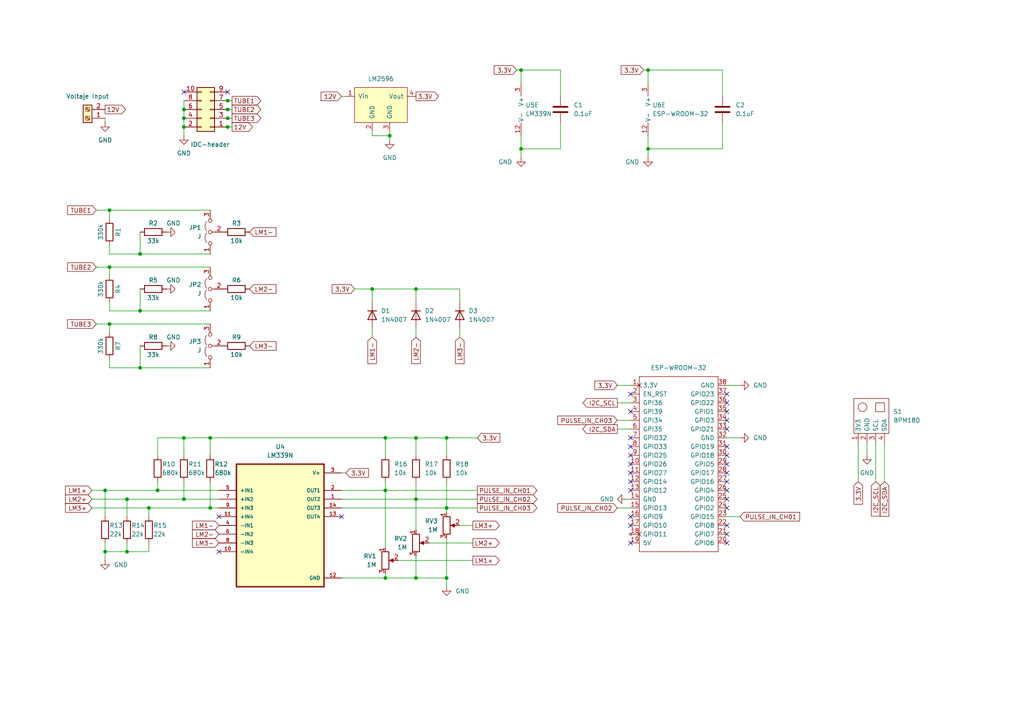
<source format=kicad_sch>
(kicad_sch (version 20211123) (generator eeschema)
  (paper "A4")
  (lib_symbols
    (symbol "Comparator:LM339" (pin_names (offset 0.127))
      (property "Reference" "U" (at 0 5.08 0))
      (property "Value" "LM339" (at 0 -5.08 0))
      (symbol "LM339_1_1"
        (polyline (pts (xy -5.08 5.08) (xy 5.08 0) (xy -5.08 -5.08) (xy -5.08 5.08)) (stroke (width 0.254)) (fill (type background)))
        (polyline (pts (xy 3.302 -0.508) (xy 2.794 -0.508) (xy 3.302 0) (xy 2.794 0.508) (xy 2.286 0) (xy 2.794 -0.508) (xy 2.286 -0.508)) (stroke (width 0.127)))
        (pin open_collector line (at 7.62 0 180) (length 2.54) (name "~") (number "2"))
        (pin input line (at -7.62 -2.54 0) (length 2.54) (name "-") (number "4"))
        (pin input line (at -7.62 2.54 0) (length 2.54) (name "+") (number "5"))
      )
      (symbol "LM339_2_1"
        (polyline (pts (xy -5.08 5.08) (xy 5.08 0) (xy -5.08 -5.08) (xy -5.08 5.08)) (stroke (width 0.254)) (fill (type background)))
        (polyline (pts (xy 3.302 -0.508) (xy 2.794 -0.508) (xy 3.302 0) (xy 2.794 0.508) (xy 2.286 0) (xy 2.794 -0.508) (xy 2.286 -0.508)) (stroke (width 0.127)))
        (pin open_collector line (at 7.62 0 180) (length 2.54) (name "~") (number "1"))
        (pin input line (at -7.62 -2.54 0) (length 2.54) (name "-") (number "6"))
        (pin input line (at -7.62 2.54 0) (length 2.54) (name "+") (number "7"))
      )
      (symbol "LM339_3_1"
        (polyline (pts (xy -5.08 5.08) (xy 5.08 0) (xy -5.08 -5.08) (xy -5.08 5.08)) (stroke (width 0.254)) (fill (type background)))
        (polyline (pts (xy 3.302 -0.508) (xy 2.794 -0.508) (xy 3.302 0) (xy 2.794 0.508) (xy 2.286 0) (xy 2.794 -0.508) (xy 2.286 -0.508)) (stroke (width 0.127)))
        (pin input line (at -7.62 -2.54 0) (length 2.54) (name "-") (number "10"))
        (pin input line (at -7.62 2.54 0) (length 2.54) (name "+") (number "11"))
        (pin open_collector line (at 7.62 0 180) (length 2.54) (name "~") (number "13"))
      )
      (symbol "LM339_4_1"
        (polyline (pts (xy -5.08 5.08) (xy 5.08 0) (xy -5.08 -5.08) (xy -5.08 5.08)) (stroke (width 0.254)) (fill (type background)))
        (polyline (pts (xy 3.302 -0.508) (xy 2.794 -0.508) (xy 3.302 0) (xy 2.794 0.508) (xy 2.286 0) (xy 2.794 -0.508) (xy 2.286 -0.508)) (stroke (width 0.127)))
        (pin open_collector line (at 7.62 0 180) (length 2.54) (name "~") (number "14"))
        (pin input line (at -7.62 -2.54 0) (length 2.54) (name "-") (number "8"))
        (pin input line (at -7.62 2.54 0) (length 2.54) (name "+") (number "9"))
      )
      (symbol "LM339_5_1"
        (pin power_in line (at -2.54 -7.62 90) (length 3.81) (name "V-") (number "12"))
        (pin power_in line (at -2.54 7.62 270) (length 3.81) (name "V+") (number "3"))
      )
    )
    (symbol "Device:C" (pin_numbers hide) (pin_names (offset 0.254))
      (property "Reference" "C" (at 0.635 2.54 0))
      (property "Value" "C" (at 0.635 -2.54 0))
      (symbol "C_0_1"
        (polyline (pts (xy -2.032 -0.762) (xy 2.032 -0.762)) (stroke (width 0.508)))
        (polyline (pts (xy -2.032 0.762) (xy 2.032 0.762)) (stroke (width 0.508)))
      )
      (symbol "C_1_1"
        (pin passive line (at 0 3.81 270) (length 2.794) (name "~") (number "1"))
        (pin passive line (at 0 -3.81 90) (length 2.794) (name "~") (number "2"))
      )
    )
    (symbol "Device:R" (pin_numbers hide) (pin_names (offset 0))
      (property "Reference" "R" (at 2.032 0 90))
      (property "Value" "R" (at 0 0 90))
      (symbol "R_0_1"
        (rectangle (start -1.016 -2.54) (end 1.016 2.54) (stroke (width 0.254)))
      )
      (symbol "R_1_1"
        (pin passive line (at 0 3.81 270) (length 1.27) (name "~") (number "1"))
        (pin passive line (at 0 -3.81 90) (length 1.27) (name "~") (number "2"))
      )
    )
    (symbol "Device:R_Potentiometer" (pin_names (offset 1.016) hide)
      (property "Reference" "RV" (at -4.445 0 90))
      (property "Value" "R_Potentiometer" (at -2.54 0 90))
      (symbol "R_Potentiometer_0_1"
        (polyline (pts (xy 2.54 0) (xy 1.524 0)))
        (polyline (pts (xy 1.143 0) (xy 2.286 0.508) (xy 2.286 -0.508) (xy 1.143 0)) (fill (type outline)))
        (rectangle (start 1.016 2.54) (end -1.016 -2.54) (stroke (width 0.254)))
      )
      (symbol "R_Potentiometer_1_1"
        (pin passive line (at 0 3.81 270) (length 1.27) (name "1") (number "1"))
        (pin passive line (at 3.81 0 180) (length 1.27) (name "2") (number "2"))
        (pin passive line (at 0 -3.81 90) (length 1.27) (name "3") (number "3"))
      )
    )
    (symbol "Diode:1N4007" (pin_numbers hide) (pin_names (offset 1.016) hide)
      (property "Reference" "D" (at 0 2.54 0))
      (property "Value" "1N4007" (at 0 -2.54 0))
      (symbol "1N4007_0_1"
        (polyline (pts (xy -1.27 1.27) (xy -1.27 -1.27)) (stroke (width 0.254)))
        (polyline (pts (xy 1.27 0) (xy -1.27 0)))
        (polyline (pts (xy 1.27 1.27) (xy 1.27 -1.27) (xy -1.27 0) (xy 1.27 1.27)) (stroke (width 0.254)))
      )
      (symbol "1N4007_1_1"
        (pin passive line (at -3.81 0 0) (length 2.54) (name "K") (number "1"))
        (pin passive line (at 3.81 0 180) (length 2.54) (name "A") (number "2"))
      )
    )
    (symbol "NMDA-lib:BPM180"
      (property "Reference" "S1" (at 7.62 0.0001 0))
      (property "Value" "BPM180" (at 7.62 -2.5399 0))
      (symbol "BPM180_0_1"
        (rectangle (start -3.81 3.81) (end 6.35 -6.35))
        (circle (center -1.27 1.27) (radius 1.27))
        (rectangle (start 2.54 2.54) (end 5.08 0))
      )
      (symbol "BPM180_1_1"
        (pin input line (at -2.54 -8.89 90) (length 2.54) (name "3V3") (number "1"))
        (pin input line (at 0 -8.89 90) (length 2.54) (name "GND") (number "2"))
        (pin input line (at 2.54 -8.89 90) (length 2.54) (name "SCL") (number "3"))
        (pin input line (at 5.08 -8.89 90) (length 2.54) (name "SDA") (number "4"))
      )
    )
    (symbol "NMDA-lib:DCDC_StepDown_LM2596" (pin_names (offset 1.016))
      (property "Value" "DCDC_StepDown_LM2596" (at 0 7.62 0))
      (symbol "DCDC_StepDown_LM2596_0_1"
        (rectangle (start -7.62 5.08) (end 7.62 -5.08) (fill (type background)))
      )
      (symbol "DCDC_StepDown_LM2596_1_1"
        (pin input line (at -10.16 2.54 0) (length 2.54) (name "Vin") (number "1"))
        (pin output line (at -2.54 -7.62 90) (length 2.54) (name "GND") (number "2"))
        (pin output line (at 2.54 -7.62 90) (length 2.54) (name "GND") (number "3"))
        (pin output line (at 10.16 2.54 180) (length 2.54) (name "Vout") (number "4"))
      )
    )
    (symbol "NMDA-lib:IDC-header" (pin_names (offset 1.016) hide)
      (property "Value" "IDC-header" (at 0 10.16 0))
      (symbol "IDC-header_1_1"
        (rectangle (start -1.27 -4.953) (end 0 -5.207) (stroke (width 0.1524)))
        (rectangle (start -1.27 -2.413) (end 0 -2.667) (stroke (width 0.1524)))
        (rectangle (start -1.27 0.127) (end 0 -0.127) (stroke (width 0.1524)))
        (rectangle (start -1.27 2.667) (end 0 2.413) (stroke (width 0.1524)))
        (rectangle (start -1.27 5.207) (end 0 4.953) (stroke (width 0.1524)))
        (rectangle (start -1.27 6.35) (end 3.81 -6.35) (stroke (width 0.254)) (fill (type background)))
        (rectangle (start 3.81 -4.953) (end 2.54 -5.207) (stroke (width 0.1524)))
        (rectangle (start 3.81 -2.413) (end 2.54 -2.667) (stroke (width 0.1524)))
        (rectangle (start 3.81 0.127) (end 2.54 -0.127) (stroke (width 0.1524)))
        (rectangle (start 3.81 2.667) (end 2.54 2.413) (stroke (width 0.1524)))
        (rectangle (start 3.81 5.207) (end 2.54 4.953) (stroke (width 0.1524)))
        (pin passive line (at -5.08 5.08 0) (length 3.81) (name "Pin_1") (number "1"))
        (pin passive line (at 7.62 -5.08 180) (length 3.81) (name "Pin_10") (number "10"))
        (pin passive line (at 7.62 5.08 180) (length 3.81) (name "Pin_2") (number "2"))
        (pin passive line (at -5.08 2.54 0) (length 3.81) (name "Pin_3") (number "3"))
        (pin passive line (at 7.62 2.54 180) (length 3.81) (name "Pin_4") (number "4"))
        (pin passive line (at -5.08 0 0) (length 3.81) (name "Pin_5") (number "5"))
        (pin passive line (at 7.62 0 180) (length 3.81) (name "Pin_6") (number "6"))
        (pin passive line (at -5.08 -2.54 0) (length 3.81) (name "Pin_7") (number "7"))
        (pin passive line (at 7.62 -2.54 180) (length 3.81) (name "Pin_8") (number "8"))
        (pin passive line (at -5.08 -5.08 0) (length 3.81) (name "Pin_9") (number "9"))
      )
    )
    (symbol "NMDA-lib:Jumper_3" (pin_names (offset 0) hide)
      (property "Reference" "JP2" (at 3.175 3.81 0))
      (property "Value" "Jumper_3" (at -2.54 -1.2699 90))
      (symbol "Jumper_3_0_0"
        (circle (center -3.302 0) (radius 0.508))
        (circle (center 0 0) (radius 0.508))
        (circle (center 3.302 0) (radius 0.508))
      )
      (symbol "Jumper_3_0_1"
        (arc (start -0.254 1.016) (mid -1.651 1.4992) (end -3.048 1.016))
        (polyline (pts (xy 0 -0.508) (xy 0 -1.27)))
        (arc (start 3.048 1.016) (mid 1.651 1.4992) (end 0.254 1.016))
      )
      (symbol "Jumper_3_1_1"
        (pin passive line (at -6.35 0 0) (length 2.54) (name "A") (number "1"))
        (pin passive line (at 0 -3.81 90) (length 2.54) (name "C") (number "2"))
        (pin passive line (at 6.35 0 180) (length 2.54) (name "B") (number "3"))
      )
    )
    (symbol "NMDA-lib:LM339N" (pin_names (offset 1.016))
      (property "Reference" "U4" (at 0 22.86 0))
      (property "Value" "LM339N" (at 0 20.32 0))
      (symbol "LM339N_0_0"
        (rectangle (start -12.7 -17.78) (end 12.7 17.78) (stroke (width 0.4064)) (fill (type background)))
        (pin output line (at 17.78 7.62 180) (length 5.08) (name "OUT2") (number "1"))
        (pin input line (at -17.78 -7.62 0) (length 5.08) (name "-IN4") (number "10"))
        (pin input line (at -17.78 2.54 0) (length 5.08) (name "+IN4") (number "11"))
        (pin power_out line (at 17.78 -15.24 180) (length 5.08) (name "GND") (number "12"))
        (pin output line (at 17.78 2.54 180) (length 5.08) (name "OUT4") (number "13"))
        (pin output line (at 17.78 5.08 180) (length 5.08) (name "OUT3") (number "14"))
        (pin output line (at 17.78 10.16 180) (length 5.08) (name "OUT1") (number "2"))
        (pin power_in line (at 17.78 15.24 180) (length 5.08) (name "V+") (number "3"))
        (pin input line (at -17.78 0 0) (length 5.08) (name "-IN1") (number "4"))
        (pin input line (at -17.78 10.16 0) (length 5.08) (name "+IN1") (number "5"))
        (pin input line (at -17.78 -2.54 0) (length 5.08) (name "-IN2") (number "6"))
        (pin input line (at -17.78 7.62 0) (length 5.08) (name "+IN2") (number "7"))
        (pin input line (at -17.78 -5.08 0) (length 5.08) (name "-IN3") (number "8"))
        (pin input line (at -17.78 5.08 0) (length 5.08) (name "+IN3") (number "9"))
      )
    )
    (symbol "NMDA-lib:Screw_Terminal_01x02" (pin_names (offset 1.016) hide)
      (property "Reference" "J" (at 0 2.54 0))
      (property "Value" "Screw_Terminal_01x02" (at 0 -5.08 0))
      (symbol "Screw_Terminal_01x02_1_1"
        (rectangle (start -1.27 1.27) (end 1.27 -3.81) (stroke (width 0.254)) (fill (type background)))
        (circle (center 0 -2.54) (radius 0.635) (stroke (width 0.1524)))
        (polyline (pts (xy -0.5334 -2.2098) (xy 0.3302 -3.048)) (stroke (width 0.1524)))
        (polyline (pts (xy -0.5334 0.3302) (xy 0.3302 -0.508)) (stroke (width 0.1524)))
        (polyline (pts (xy -0.3556 -2.032) (xy 0.508 -2.8702)) (stroke (width 0.1524)))
        (polyline (pts (xy -0.3556 0.508) (xy 0.508 -0.3302)) (stroke (width 0.1524)))
        (circle (center 0 0) (radius 0.635) (stroke (width 0.1524)))
        (pin passive line (at -5.08 0 0) (length 3.81) (name "Pin_1") (number "1"))
        (pin passive line (at -5.08 -2.54 0) (length 3.81) (name "Pin_2") (number "2"))
      )
    )
    (symbol "NMDA-lib:esp32_38_pins" (pin_names (offset 1.016))
      (property "Value" "esp32_38_pins" (at 8.89 10.16 0))
      (symbol "esp32_38_pins_0_1"
        (rectangle (start -2.54 7.62) (end 20.32 -43.18))
      )
      (symbol "esp32_38_pins_1_1"
        (pin power_out non_logic (at -5.08 5.08 0) (length 2.54) (name "3.3V") (number "1"))
        (pin bidirectional line (at -5.08 -17.78 0) (length 2.54) (name "GPIO26") (number "10"))
        (pin bidirectional line (at -5.08 -20.32 0) (length 2.54) (name "GPIO27") (number "11"))
        (pin bidirectional line (at -5.08 -22.86 0) (length 2.54) (name "GPIO14") (number "12"))
        (pin bidirectional line (at -5.08 -25.4 0) (length 2.54) (name "GPIO12") (number "13"))
        (pin power_in line (at -5.08 -27.94 0) (length 2.54) (name "GND") (number "14"))
        (pin bidirectional line (at -5.08 -30.48 0) (length 2.54) (name "GPIO13") (number "15"))
        (pin bidirectional line (at -5.08 -33.02 0) (length 2.54) (name "GPIO9") (number "16"))
        (pin bidirectional line (at -5.08 -35.56 0) (length 2.54) (name "GPIO10") (number "17"))
        (pin no_connect non_logic (at -5.08 -38.1 0) (length 2.54) (name "GPIO11") (number "18"))
        (pin power_in line (at -5.08 -40.64 0) (length 2.54) (name "5V") (number "19"))
        (pin bidirectional line (at -5.08 2.54 0) (length 2.54) (name "EN_RST") (number "2"))
        (pin bidirectional line (at 22.86 -40.64 180) (length 2.54) (name "GPIO6") (number "20"))
        (pin bidirectional line (at 22.86 -38.1 180) (length 2.54) (name "GPIO7") (number "21"))
        (pin bidirectional line (at 22.86 -35.56 180) (length 2.54) (name "GPIO8") (number "22"))
        (pin bidirectional line (at 22.86 -33.02 180) (length 2.54) (name "GPIO15") (number "23"))
        (pin bidirectional line (at 22.86 -30.48 180) (length 2.54) (name "GPIO2") (number "24"))
        (pin bidirectional line (at 22.86 -27.94 180) (length 2.54) (name "GPIO0") (number "25"))
        (pin bidirectional line (at 22.86 -25.4 180) (length 2.54) (name "GPIO4") (number "26"))
        (pin bidirectional line (at 22.86 -22.86 180) (length 2.54) (name "GPIO16") (number "27"))
        (pin bidirectional line (at 22.86 -20.32 180) (length 2.54) (name "GPIO17") (number "28"))
        (pin bidirectional line (at 22.86 -17.78 180) (length 2.54) (name "GPIO5") (number "29"))
        (pin input line (at -5.08 0 0) (length 2.54) (name "GPI36") (number "3"))
        (pin bidirectional line (at 22.86 -15.24 180) (length 2.54) (name "GPIO18") (number "30"))
        (pin bidirectional line (at 22.86 -12.7 180) (length 2.54) (name "GPIO19") (number "31"))
        (pin tri_state line (at 22.86 -10.16 180) (length 2.54) (name "GND") (number "32"))
        (pin bidirectional line (at 22.86 -7.62 180) (length 2.54) (name "GPIO21") (number "33"))
        (pin bidirectional line (at 22.86 -5.08 180) (length 2.54) (name "GPIO3") (number "34"))
        (pin bidirectional line (at 22.86 -2.54 180) (length 2.54) (name "GPIO1") (number "35"))
        (pin bidirectional line (at 22.86 0 180) (length 2.54) (name "GPIO22") (number "36"))
        (pin bidirectional line (at 22.86 2.54 180) (length 2.54) (name "GPIO23") (number "37"))
        (pin passive line (at 22.86 5.08 180) (length 2.54) (name "GND") (number "38"))
        (pin input line (at -5.08 -2.54 0) (length 2.54) (name "GPI39") (number "4"))
        (pin input line (at -5.08 -5.08 0) (length 2.54) (name "GPI34") (number "5"))
        (pin bidirectional line (at -5.08 -7.62 0) (length 2.54) (name "GPI35") (number "6"))
        (pin bidirectional line (at -5.08 -10.16 0) (length 2.54) (name "GPIO32") (number "7"))
        (pin bidirectional line (at -5.08 -12.7 0) (length 2.54) (name "GPIO33") (number "8"))
        (pin bidirectional line (at -5.08 -15.24 0) (length 2.54) (name "GPIO25") (number "9"))
      )
    )
    (symbol "power:GND" (power) (pin_names (offset 0))
      (property "Value" "GND" (at 0 -3.81 0))
      (symbol "GND_0_1"
        (polyline (pts (xy 0 0) (xy 0 -1.27) (xy 1.27 -1.27) (xy 0 -2.54) (xy -1.27 -1.27) (xy 0 -1.27)))
      )
      (symbol "GND_1_1"
        (pin power_in line (at 0 0 270) (length 0) hide (name "GND") (number "1"))
      )
    )
  )
  (junction (at 60.96 127))
  (junction (at 120.65 167.64))
  (junction (at 187.96 20.32))
  (junction (at 120.65 144.78))
  (junction (at 30.48 142.24))
  (junction (at 53.34 144.78))
  (junction (at 111.76 127))
  (junction (at 36.83 144.78))
  (junction (at 111.76 142.24))
  (junction (at 187.96 43.18))
  (junction (at 53.34 31.75))
  (junction (at 36.83 160.02))
  (junction (at 53.34 36.83))
  (junction (at 40.64 73.66))
  (junction (at 40.64 90.17))
  (junction (at 30.48 160.02))
  (junction (at 66.04 31.75))
  (junction (at 120.65 83.82))
  (junction (at 40.64 106.68))
  (junction (at 60.96 147.32))
  (junction (at 120.65 127))
  (junction (at 111.76 167.64))
  (junction (at 43.18 147.32))
  (junction (at 66.04 34.29))
  (junction (at 31.75 60.96))
  (junction (at 151.13 43.18))
  (junction (at 45.72 142.24))
  (junction (at 53.34 127))
  (junction (at 113.03 39.37))
  (junction (at 129.54 167.64))
  (junction (at 31.75 77.47))
  (junction (at 151.13 20.32))
  (junction (at 129.54 147.32))
  (junction (at 107.95 83.82))
  (junction (at 66.04 36.83))
  (junction (at 31.75 93.98))
  (junction (at 129.54 127))
  (junction (at 53.34 34.29))
  (junction (at 66.04 29.21))
  (no_connect (at 210.82 114.3))
  (no_connect (at 210.82 116.84))
  (no_connect (at 210.82 119.38))
  (no_connect (at 210.82 121.92))
  (no_connect (at 210.82 124.46))
  (no_connect (at 210.82 129.54))
  (no_connect (at 210.82 132.08))
  (no_connect (at 210.82 134.62))
  (no_connect (at 210.82 139.7))
  (no_connect (at 210.82 137.16))
  (no_connect (at 210.82 142.24))
  (no_connect (at 210.82 144.78))
  (no_connect (at 210.82 147.32))
  (no_connect (at 210.82 152.4))
  (no_connect (at 210.82 154.94))
  (no_connect (at 210.82 157.48))
  (no_connect (at 182.88 142.24))
  (no_connect (at 182.88 139.7))
  (no_connect (at 182.88 137.16))
  (no_connect (at 182.88 149.86))
  (no_connect (at 182.88 152.4))
  (no_connect (at 182.88 119.38))
  (no_connect (at 182.88 114.3))
  (no_connect (at 182.88 127))
  (no_connect (at 182.88 129.54))
  (no_connect (at 182.88 132.08))
  (no_connect (at 182.88 134.62))
  (no_connect (at 66.04 26.67))
  (no_connect (at 182.88 157.48))
  (no_connect (at 63.5 160.02))
  (no_connect (at 99.06 149.86))
  (no_connect (at 53.34 26.67))
  (no_connect (at 63.5 149.86))
  (wire (pts (xy 133.35 83.82) (xy 133.35 87.63)))
  (wire (pts (xy 111.76 166.37) (xy 111.76 167.64)))
  (wire (pts (xy 53.34 29.21) (xy 53.34 31.75)))
  (wire (pts (xy 151.13 39.37) (xy 151.13 43.18)))
  (wire (pts (xy 43.18 147.32) (xy 60.96 147.32)))
  (wire (pts (xy 31.75 71.12) (xy 31.75 73.66)))
  (wire (pts (xy 40.64 73.66) (xy 31.75 73.66)))
  (wire (pts (xy 60.96 90.17) (xy 40.64 90.17)))
  (wire (pts (xy 31.75 60.96) (xy 31.75 63.5)))
  (wire (pts (xy 30.48 142.24) (xy 30.48 149.86)))
  (wire (pts (xy 53.34 144.78) (xy 63.5 144.78)))
  (wire (pts (xy 210.82 111.76) (xy 214.63 111.76)))
  (wire (pts (xy 45.72 127) (xy 53.34 127)))
  (wire (pts (xy 40.64 67.31) (xy 40.64 73.66)))
  (wire (pts (xy 63.5 31.75) (xy 66.04 31.75)))
  (wire (pts (xy 60.96 93.98) (xy 31.75 93.98)))
  (wire (pts (xy 133.35 95.25) (xy 133.35 97.79)))
  (wire (pts (xy 107.95 39.37) (xy 113.03 39.37)))
  (wire (pts (xy 187.96 39.37) (xy 187.96 43.18)))
  (wire (pts (xy 162.56 27.94) (xy 162.56 20.32)))
  (wire (pts (xy 120.65 87.63) (xy 120.65 83.82)))
  (wire (pts (xy 129.54 167.64) (xy 120.65 167.64)))
  (wire (pts (xy 129.54 139.7) (xy 129.54 147.32)))
  (wire (pts (xy 179.07 121.92) (xy 182.88 121.92)))
  (wire (pts (xy 99.06 27.94) (xy 100.33 27.94)))
  (wire (pts (xy 111.76 167.64) (xy 99.06 167.64)))
  (wire (pts (xy 26.67 147.32) (xy 43.18 147.32)))
  (wire (pts (xy 43.18 147.32) (xy 43.18 149.86)))
  (wire (pts (xy 36.83 144.78) (xy 36.83 149.86)))
  (wire (pts (xy 179.07 124.46) (xy 182.88 124.46)))
  (wire (pts (xy 129.54 147.32) (xy 138.43 147.32)))
  (wire (pts (xy 40.64 106.68) (xy 31.75 106.68)))
  (wire (pts (xy 30.48 142.24) (xy 45.72 142.24)))
  (wire (pts (xy 179.07 147.32) (xy 182.88 147.32)))
  (wire (pts (xy 36.83 157.48) (xy 36.83 160.02)))
  (wire (pts (xy 43.18 157.48) (xy 43.18 160.02)))
  (wire (pts (xy 129.54 170.18) (xy 129.54 167.64)))
  (wire (pts (xy 43.18 160.02) (xy 36.83 160.02)))
  (wire (pts (xy 60.96 106.68) (xy 40.64 106.68)))
  (wire (pts (xy 26.67 144.78) (xy 36.83 144.78)))
  (wire (pts (xy 120.65 161.29) (xy 120.65 167.64)))
  (wire (pts (xy 162.56 20.32) (xy 151.13 20.32)))
  (wire (pts (xy 53.34 139.7) (xy 53.34 144.78)))
  (wire (pts (xy 100.33 137.16) (xy 99.06 137.16)))
  (wire (pts (xy 26.67 142.24) (xy 30.48 142.24)))
  (wire (pts (xy 30.48 157.48) (xy 30.48 160.02)))
  (wire (pts (xy 53.34 31.75) (xy 53.34 34.29)))
  (wire (pts (xy 63.5 29.21) (xy 66.04 29.21)))
  (wire (pts (xy 187.96 20.32) (xy 187.96 24.13)))
  (wire (pts (xy 120.65 127) (xy 120.65 132.08)))
  (wire (pts (xy 129.54 147.32) (xy 129.54 148.59)))
  (wire (pts (xy 187.96 43.18) (xy 187.96 45.72)))
  (wire (pts (xy 30.48 35.56) (xy 30.48 34.29)))
  (wire (pts (xy 133.35 83.82) (xy 120.65 83.82)))
  (wire (pts (xy 129.54 156.21) (xy 129.54 167.64)))
  (wire (pts (xy 113.03 38.1) (xy 113.03 39.37)))
  (wire (pts (xy 149.86 20.32) (xy 151.13 20.32)))
  (wire (pts (xy 111.76 142.24) (xy 138.43 142.24)))
  (wire (pts (xy 40.64 83.82) (xy 40.64 90.17)))
  (wire (pts (xy 60.96 127) (xy 111.76 127)))
  (wire (pts (xy 129.54 127) (xy 129.54 132.08)))
  (wire (pts (xy 53.34 34.29) (xy 53.34 36.83)))
  (wire (pts (xy 99.06 144.78) (xy 120.65 144.78)))
  (wire (pts (xy 254 128.27) (xy 254 139.7)))
  (wire (pts (xy 40.64 90.17) (xy 31.75 90.17)))
  (wire (pts (xy 111.76 127) (xy 111.76 132.08)))
  (wire (pts (xy 27.94 60.96) (xy 31.75 60.96)))
  (wire (pts (xy 27.94 93.98) (xy 31.75 93.98)))
  (wire (pts (xy 115.57 162.56) (xy 137.16 162.56)))
  (wire (pts (xy 60.96 127) (xy 60.96 132.08)))
  (wire (pts (xy 107.95 39.37) (xy 107.95 38.1)))
  (wire (pts (xy 120.65 167.64) (xy 111.76 167.64)))
  (wire (pts (xy 129.54 127) (xy 120.65 127)))
  (wire (pts (xy 45.72 139.7) (xy 45.72 142.24)))
  (wire (pts (xy 120.65 144.78) (xy 120.65 153.67)))
  (wire (pts (xy 45.72 127) (xy 45.72 132.08)))
  (wire (pts (xy 31.75 93.98) (xy 31.75 96.52)))
  (wire (pts (xy 120.65 95.25) (xy 120.65 97.79)))
  (wire (pts (xy 66.04 29.21) (xy 67.31 29.21)))
  (wire (pts (xy 151.13 20.32) (xy 151.13 24.13)))
  (wire (pts (xy 256.54 128.27) (xy 256.54 139.7)))
  (wire (pts (xy 181.61 144.78) (xy 182.88 144.78)))
  (wire (pts (xy 99.06 142.24) (xy 111.76 142.24)))
  (wire (pts (xy 179.07 111.76) (xy 182.88 111.76)))
  (wire (pts (xy 251.46 128.27) (xy 251.46 132.08)))
  (wire (pts (xy 36.83 160.02) (xy 30.48 160.02)))
  (wire (pts (xy 66.04 31.75) (xy 67.31 31.75)))
  (wire (pts (xy 66.04 34.29) (xy 67.31 34.29)))
  (wire (pts (xy 60.96 77.47) (xy 31.75 77.47)))
  (wire (pts (xy 182.88 116.84) (xy 179.07 116.84)))
  (wire (pts (xy 120.65 139.7) (xy 120.65 144.78)))
  (wire (pts (xy 111.76 142.24) (xy 111.76 158.75)))
  (wire (pts (xy 210.82 127) (xy 214.63 127)))
  (wire (pts (xy 40.64 100.33) (xy 40.64 106.68)))
  (wire (pts (xy 133.35 152.4) (xy 137.16 152.4)))
  (wire (pts (xy 36.83 144.78) (xy 53.34 144.78)))
  (wire (pts (xy 31.75 87.63) (xy 31.75 90.17)))
  (wire (pts (xy 60.96 147.32) (xy 63.5 147.32)))
  (wire (pts (xy 210.82 149.86) (xy 214.63 149.86)))
  (wire (pts (xy 151.13 43.18) (xy 151.13 45.72)))
  (wire (pts (xy 120.65 144.78) (xy 138.43 144.78)))
  (wire (pts (xy 113.03 39.37) (xy 113.03 40.64)))
  (wire (pts (xy 63.5 34.29) (xy 66.04 34.29)))
  (wire (pts (xy 187.96 43.18) (xy 209.55 43.18)))
  (wire (pts (xy 31.75 77.47) (xy 31.75 80.01)))
  (wire (pts (xy 124.46 157.48) (xy 137.16 157.48)))
  (wire (pts (xy 209.55 35.56) (xy 209.55 43.18)))
  (wire (pts (xy 102.87 83.82) (xy 107.95 83.82)))
  (wire (pts (xy 53.34 132.08) (xy 53.34 127)))
  (wire (pts (xy 31.75 104.14) (xy 31.75 106.68)))
  (wire (pts (xy 107.95 83.82) (xy 120.65 83.82)))
  (wire (pts (xy 107.95 83.82) (xy 107.95 87.63)))
  (wire (pts (xy 107.95 97.79) (xy 107.95 95.25)))
  (wire (pts (xy 27.94 77.47) (xy 31.75 77.47)))
  (wire (pts (xy 187.96 20.32) (xy 209.55 20.32)))
  (wire (pts (xy 209.55 20.32) (xy 209.55 27.94)))
  (wire (pts (xy 66.04 36.83) (xy 67.31 36.83)))
  (wire (pts (xy 186.69 20.32) (xy 187.96 20.32)))
  (wire (pts (xy 162.56 35.56) (xy 162.56 43.18)))
  (wire (pts (xy 63.5 36.83) (xy 66.04 36.83)))
  (wire (pts (xy 60.96 60.96) (xy 31.75 60.96)))
  (wire (pts (xy 248.92 128.27) (xy 248.92 139.7)))
  (wire (pts (xy 53.34 36.83) (xy 53.34 39.37)))
  (wire (pts (xy 162.56 43.18) (xy 151.13 43.18)))
  (wire (pts (xy 60.96 73.66) (xy 40.64 73.66)))
  (wire (pts (xy 30.48 160.02) (xy 30.48 162.56)))
  (wire (pts (xy 99.06 147.32) (xy 129.54 147.32)))
  (wire (pts (xy 138.43 127) (xy 129.54 127)))
  (wire (pts (xy 111.76 139.7) (xy 111.76 142.24)))
  (wire (pts (xy 45.72 142.24) (xy 63.5 142.24)))
  (wire (pts (xy 120.65 127) (xy 111.76 127)))
  (wire (pts (xy 60.96 139.7) (xy 60.96 147.32)))
  (wire (pts (xy 53.34 127) (xy 60.96 127)))
  (global_label "PULSE_IN_CH03" (shape output) (at 138.43 147.32 0) (property "Referencias entre hojas" "${INTERSHEET_REFS}" (effects hide)))
  (global_label "LM2+" (shape output) (at 137.16 157.48 0) (property "Referencias entre hojas" "${INTERSHEET_REFS}" (effects hide)))
  (global_label "12V" (shape input) (at 99.06 27.94 180) (property "Referencias entre hojas" "${INTERSHEET_REFS}" (effects hide)))
  (global_label "PULSE_IN_CH02" (shape output) (at 138.43 144.78 0) (property "Referencias entre hojas" "${INTERSHEET_REFS}" (effects hide)))
  (global_label "3.3V" (shape input) (at 138.43 127 0) (property "Referencias entre hojas" "${INTERSHEET_REFS}" (effects hide)))
  (global_label "LM2+" (shape input) (at 26.67 144.78 180) (property "Referencias entre hojas" "${INTERSHEET_REFS}" (effects hide)))
  (global_label "3.3V" (shape input) (at 100.33 137.16 0) (property "Referencias entre hojas" "${INTERSHEET_REFS}" (effects hide)))
  (global_label "3.3V" (shape input) (at 179.07 111.76 180) (property "Referencias entre hojas" "${INTERSHEET_REFS}" (effects hide)))
  (global_label "LM1-" (shape input) (at 107.95 97.79 270) (property "Referencias entre hojas" "${INTERSHEET_REFS}" (effects hide)))
  (global_label "LM2-" (shape input) (at 63.5 154.94 180) (property "Referencias entre hojas" "${INTERSHEET_REFS}" (effects hide)))
  (global_label "TUBE2" (shape input) (at 27.94 77.47 180) (property "Referencias entre hojas" "${INTERSHEET_REFS}" (effects hide)))
  (global_label "I2C_SDA" (shape input) (at 256.54 139.7 270) (property "Referencias entre hojas" "${INTERSHEET_REFS}" (effects hide)))
  (global_label "TUBE1" (shape output) (at 67.31 29.21 0) (property "Referencias entre hojas" "${INTERSHEET_REFS}" (effects hide)))
  (global_label "I2C_SCL" (shape input) (at 254 139.7 270) (property "Referencias entre hojas" "${INTERSHEET_REFS}" (effects hide)))
  (global_label "3.3V" (shape input) (at 102.87 83.82 180) (property "Referencias entre hojas" "${INTERSHEET_REFS}" (effects hide)))
  (global_label "LM1-" (shape input) (at 63.5 152.4 180) (property "Referencias entre hojas" "${INTERSHEET_REFS}" (effects hide)))
  (global_label "PULSE_IN_CH01" (shape input) (at 214.63 149.86 0) (property "Referencias entre hojas" "${INTERSHEET_REFS}" (effects hide)))
  (global_label "12V" (shape output) (at 30.48 31.75 0) (property "Referencias entre hojas" "${INTERSHEET_REFS}" (effects hide)))
  (global_label "3.3V" (shape input) (at 186.69 20.32 180) (property "Referencias entre hojas" "${INTERSHEET_REFS}" (effects hide)))
  (global_label "LM1-" (shape input) (at 72.39 67.31 0) (property "Referencias entre hojas" "${INTERSHEET_REFS}" (effects hide)))
  (global_label "PULSE_IN_CH02" (shape input) (at 179.07 147.32 180) (property "Referencias entre hojas" "${INTERSHEET_REFS}" (effects hide)))
  (global_label "I2C_SDA" (shape output) (at 179.07 124.46 180) (property "Referencias entre hojas" "${INTERSHEET_REFS}" (effects hide)))
  (global_label "LM3-" (shape input) (at 72.39 100.33 0) (property "Referencias entre hojas" "${INTERSHEET_REFS}" (effects hide)))
  (global_label "LM2-" (shape input) (at 72.39 83.82 0) (property "Referencias entre hojas" "${INTERSHEET_REFS}" (effects hide)))
  (global_label "TUBE1" (shape input) (at 27.94 60.96 180) (property "Referencias entre hojas" "${INTERSHEET_REFS}" (effects hide)))
  (global_label "TUBE3" (shape output) (at 67.31 34.29 0) (property "Referencias entre hojas" "${INTERSHEET_REFS}" (effects hide)))
  (global_label "LM3-" (shape input) (at 133.35 97.79 270) (property "Referencias entre hojas" "${INTERSHEET_REFS}" (effects hide)))
  (global_label "TUBE3" (shape input) (at 27.94 93.98 180) (property "Referencias entre hojas" "${INTERSHEET_REFS}" (effects hide)))
  (global_label "LM3-" (shape input) (at 63.5 157.48 180) (property "Referencias entre hojas" "${INTERSHEET_REFS}" (effects hide)))
  (global_label "PULSE_IN_CH03" (shape input) (at 179.07 121.92 180) (property "Referencias entre hojas" "${INTERSHEET_REFS}" (effects hide)))
  (global_label "PULSE_IN_CH01" (shape output) (at 138.43 142.24 0) (property "Referencias entre hojas" "${INTERSHEET_REFS}" (effects hide)))
  (global_label "LM3+" (shape input) (at 26.67 147.32 180) (property "Referencias entre hojas" "${INTERSHEET_REFS}" (effects hide)))
  (global_label "3.3V" (shape output) (at 120.65 27.94 0) (property "Referencias entre hojas" "${INTERSHEET_REFS}" (effects hide)))
  (global_label "3.3V" (shape input) (at 149.86 20.32 180) (property "Referencias entre hojas" "${INTERSHEET_REFS}" (effects hide)))
  (global_label "3.3V" (shape input) (at 248.92 139.7 270) (property "Referencias entre hojas" "${INTERSHEET_REFS}" (effects hide)))
  (global_label "TUBE2" (shape output) (at 67.31 31.75 0) (property "Referencias entre hojas" "${INTERSHEET_REFS}" (effects hide)))
  (global_label "I2C_SCL" (shape output) (at 179.07 116.84 180) (property "Referencias entre hojas" "${INTERSHEET_REFS}" (effects hide)))
  (global_label "LM1+" (shape output) (at 137.16 162.56 0) (property "Referencias entre hojas" "${INTERSHEET_REFS}" (effects hide)))
  (global_label "12V" (shape output) (at 67.31 36.83 0) (property "Referencias entre hojas" "${INTERSHEET_REFS}" (effects hide)))
  (global_label "LM3+" (shape output) (at 137.16 152.4 0) (property "Referencias entre hojas" "${INTERSHEET_REFS}" (effects hide)))
  (global_label "LM1+" (shape input) (at 26.67 142.24 180) (property "Referencias entre hojas" "${INTERSHEET_REFS}" (effects hide)))
  (global_label "LM2-" (shape input) (at 120.65 97.79 270) (property "Referencias entre hojas" "${INTERSHEET_REFS}" (effects hide)))
  (symbol (lib_id "power:GND") (at 113.03 40.64 0) (unit 1)
    (property "Reference" "#PWR0106" (effects hide))
    (property "Value" "GND" (at 113.03 45.72 0))
  )
  (symbol (lib_id "Device:R") (at 31.75 100.33 0) (mirror y) (unit 1)
    (property "Reference" "R7" (at 34.29 100.33 90))
    (property "Value" "330k" (at 29.21 100.33 90))
    (property "Footprint" "NMDA-lib:R" (effects hide))
  )
  (symbol (lib_id "NMDA-lib:Screw_Terminal_01x02") (at 25.4 34.29 180) (unit 1)
    (property "Reference" "J1" (effects hide))
    (property "Value" "Voltaje Input" (at 25.4 27.94 0))
    (property "Footprint" "NMDA-lib:TerminalBlock_Altech_AK300-2_P5.00mm" (effects hide))
  )
  (symbol (lib_id "Device:R") (at 43.18 153.67 0) (unit 1)
    (property "Reference" "R15" (at 44.45 152.4 0) (effects (justify left)))
    (property "Value" "22k" (at 44.45 154.94 0) (effects (justify left)))
    (property "Footprint" "NMDA-lib:R" (effects hide))
  )
  (symbol (lib_id "Device:R") (at 44.45 67.31 90) (mirror x) (unit 1)
    (property "Reference" "R2" (at 44.45 64.77 90))
    (property "Value" "33k" (at 44.45 69.85 90))
    (property "Footprint" "NMDA-lib:R" (effects hide))
  )
  (symbol (lib_id "Comparator:LM339") (at 185.42 31.75 0) (mirror y) (unit 5)
    (property "Reference" "U6" (at 189.23 30.4799 0) (effects (justify right)))
    (property "Value" "ESP-WROOM-32" (at 189.23 33.0199 0) (effects (justify right)))
    (property "Datasheet" "https://www.st.com/resource/en/datasheet/lm139.pdf" (effects hide))
  )
  (symbol (lib_id "power:GND") (at 48.26 83.82 90) (mirror x) (unit 1)
    (property "Reference" "#PWR0107" (effects hide))
    (property "Value" "GND" (at 48.26 81.28 90) (effects (justify right)))
  )
  (symbol (lib_id "NMDA-lib:LM339N") (at 81.28 152.4 0) (unit 1)
    (property "Reference" "U4" (at 81.28 129.54 0))
    (property "Value" "LM339N" (at 81.28 132.08 0))
    (property "Footprint" "NMDA-lib:LM339" (effects hide))
  )
  (symbol (lib_id "Device:R_Potentiometer") (at 111.76 162.56 0) (unit 1)
    (property "Reference" "RV1" (at 109.22 161.2899 0) (effects (justify right)))
    (property "Value" "1M" (at 109.22 163.8299 0) (effects (justify right)))
    (property "Footprint" "NMDA-lib:TRIM_3296W-1-254LF" (effects hide))
  )
  (symbol (lib_id "Diode:1N4007") (at 120.65 91.44 90) (mirror x) (unit 1)
    (property "Reference" "D2" (at 123.19 90.1699 90) (effects (justify right)))
    (property "Value" "1N4007" (at 123.19 92.7099 90) (effects (justify right)))
    (property "Footprint" "NMDA-lib:D_DO-41_SOD81_P10.16mm_Horizontal" (effects hide))
    (property "Datasheet" "http://www.vishay.com/docs/88503/1n4001.pdf" (effects hide))
  )
  (symbol (lib_id "Diode:1N4007") (at 107.95 91.44 90) (mirror x) (unit 1)
    (property "Reference" "D1" (at 110.49 90.1699 90) (effects (justify right)))
    (property "Value" "1N4007" (at 110.49 92.7099 90) (effects (justify right)))
    (property "Footprint" "NMDA-lib:D_DO-41_SOD81_P10.16mm_Horizontal" (effects hide))
    (property "Datasheet" "http://www.vishay.com/docs/88503/1n4001.pdf" (effects hide))
  )
  (symbol (lib_id "power:GND") (at 30.48 35.56 0) (unit 1)
    (property "Reference" "#PWR0102" (effects hide))
    (property "Value" "GND" (at 30.48 40.64 0))
  )
  (symbol (lib_id "power:GND") (at 48.26 100.33 90) (mirror x) (unit 1)
    (property "Reference" "#PWR0108" (effects hide))
    (property "Value" "GND" (at 48.26 97.79 90) (effects (justify right)))
  )
  (symbol (lib_id "power:GND") (at 151.13 45.72 0) (mirror y) (unit 1)
    (property "Reference" "#PWR0114" (effects hide))
    (property "Value" "GND" (at 148.59 46.9899 0) (effects (justify left)))
  )
  (symbol (lib_id "Comparator:LM339") (at 148.59 31.75 0) (mirror y) (unit 5)
    (property "Reference" "U5" (at 152.4 30.4799 0) (effects (justify right)))
    (property "Value" "LM339N" (at 152.4 33.0199 0) (effects (justify right)))
    (property "Datasheet" "https://www.st.com/resource/en/datasheet/lm139.pdf" (effects hide))
  )
  (symbol (lib_id "power:GND") (at 129.54 170.18 0) (mirror y) (unit 1)
    (property "Reference" "#PWR0112" (effects hide))
    (property "Value" "GND" (at 132.08 171.4499 0) (effects (justify right)))
  )
  (symbol (lib_id "NMDA-lib:IDC-header") (at 60.96 31.75 180) (unit 1)
    (property "Reference" "J2" (effects hide))
    (property "Value" "IDC-header" (at 60.96 41.91 0))
    (property "Footprint" "NMDA-lib:IDC-Header_2x05-1MP_P2.54mm_Latch6.5mm_Vertical" (effects hide))
  )
  (symbol (lib_id "Device:R") (at 45.72 135.89 0) (unit 1)
    (property "Reference" "R10" (at 46.99 134.62 0) (effects (justify left)))
    (property "Value" "680k" (at 46.99 137.16 0) (effects (justify left)))
    (property "Footprint" "NMDA-lib:R" (effects hide))
  )
  (symbol (lib_id "Device:R") (at 53.34 135.89 0) (unit 1)
    (property "Reference" "R11" (at 54.61 134.62 0) (effects (justify left)))
    (property "Value" "680k" (at 54.61 137.16 0) (effects (justify left)))
    (property "Footprint" "NMDA-lib:R" (effects hide))
  )
  (symbol (lib_id "Device:R") (at 44.45 83.82 90) (mirror x) (unit 1)
    (property "Reference" "R5" (at 44.45 81.28 90))
    (property "Value" "33k" (at 44.45 86.36 90))
    (property "Footprint" "NMDA-lib:R" (effects hide))
  )
  (symbol (lib_id "Device:C") (at 162.56 31.75 0) (unit 1)
    (property "Reference" "C1" (at 166.37 30.4799 0) (effects (justify left)))
    (property "Value" "0.1uF" (at 166.37 33.0199 0) (effects (justify left)))
    (property "Footprint" "NMDA-lib:Capacitor" (effects hide))
  )
  (symbol (lib_id "Device:R_Potentiometer") (at 129.54 152.4 0) (unit 1)
    (property "Reference" "RV3" (at 127 151.1299 0) (effects (justify right)))
    (property "Value" "1M" (at 127 153.6699 0) (effects (justify right)))
    (property "Footprint" "NMDA-lib:TRIM_3296W-1-254LF" (effects hide))
  )
  (symbol (lib_id "Diode:1N4007") (at 133.35 91.44 90) (mirror x) (unit 1)
    (property "Reference" "D3" (at 135.89 90.1699 90) (effects (justify right)))
    (property "Value" "1N4007" (at 135.89 92.7099 90) (effects (justify right)))
    (property "Footprint" "NMDA-lib:D_DO-41_SOD81_P10.16mm_Horizontal" (effects hide))
    (property "Datasheet" "http://www.vishay.com/docs/88503/1n4001.pdf" (effects hide))
  )
  (symbol (lib_id "power:GND") (at 181.61 144.78 270) (unit 1)
    (property "Reference" "#PWR0109" (effects hide))
    (property "Value" "GND" (at 173.99 144.78 90) (effects (justify left)))
  )
  (symbol (lib_id "power:GND") (at 251.46 132.08 0) (unit 1)
    (property "Reference" "#PWR0105" (effects hide))
    (property "Value" "GND" (at 251.46 137.16 0))
  )
  (symbol (lib_id "power:GND") (at 214.63 127 90) (unit 1)
    (property "Reference" "#PWR0111" (effects hide))
    (property "Value" "GND" (at 218.44 126.9999 90) (effects (justify right)))
  )
  (symbol (lib_id "NMDA-lib:Jumper_3") (at 60.96 83.82 90) (unit 1)
    (property "Reference" "JP2" (at 58.42 82.5499 90) (effects (justify left)))
    (property "Value" "J" (at 58.42 85.0899 90) (effects (justify left)))
    (property "Footprint" "NMDA-lib:J" (effects hide))
  )
  (symbol (lib_id "NMDA-lib:DCDC_StepDown_LM2596") (at 110.49 30.48 0) (unit 1)
    (property "Reference" "U2" (effects hide))
    (property "Value" "LM2596" (at 110.49 22.86 0))
    (property "Footprint" "NMDA-lib:DCDC_StepDown_LM2596" (effects hide))
  )
  (symbol (lib_id "Device:R") (at 129.54 135.89 0) (unit 1)
    (property "Reference" "R18" (at 132.08 134.6199 0) (effects (justify left)))
    (property "Value" "10k" (at 132.08 137.1599 0) (effects (justify left)))
    (property "Footprint" "NMDA-lib:R" (effects hide))
  )
  (symbol (lib_id "Device:R") (at 36.83 153.67 0) (unit 1)
    (property "Reference" "R14" (at 38.1 152.4 0) (effects (justify left)))
    (property "Value" "22k" (at 38.1 154.94 0) (effects (justify left)))
    (property "Footprint" "NMDA-lib:R" (effects hide))
  )
  (symbol (lib_id "Device:R") (at 68.58 67.31 90) (mirror x) (unit 1)
    (property "Reference" "R3" (at 68.58 64.77 90))
    (property "Value" "10k" (at 68.58 69.85 90))
    (property "Footprint" "NMDA-lib:R" (effects hide))
  )
  (symbol (lib_id "Device:R") (at 60.96 135.89 0) (unit 1)
    (property "Reference" "R12" (at 62.23 134.62 0) (effects (justify left)))
    (property "Value" "680k" (at 62.23 137.16 0) (effects (justify left)))
    (property "Footprint" "NMDA-lib:R" (effects hide))
  )
  (symbol (lib_id "Device:R") (at 120.65 135.89 0) (unit 1)
    (property "Reference" "R17" (at 123.19 134.6199 0) (effects (justify left)))
    (property "Value" "10k" (at 123.19 137.1599 0) (effects (justify left)))
    (property "Footprint" "NMDA-lib:R" (effects hide))
  )
  (symbol (lib_id "Device:R") (at 68.58 100.33 90) (mirror x) (unit 1)
    (property "Reference" "R9" (at 68.58 97.79 90))
    (property "Value" "10k" (at 68.58 102.87 90))
    (property "Footprint" "NMDA-lib:R" (effects hide))
  )
  (symbol (lib_id "power:GND") (at 30.48 162.56 0) (mirror y) (unit 1)
    (property "Reference" "#PWR0104" (effects hide))
    (property "Value" "GND" (at 33.02 163.8299 0) (effects (justify right)))
  )
  (symbol (lib_id "power:GND") (at 48.26 67.31 90) (mirror x) (unit 1)
    (property "Reference" "#PWR0101" (effects hide))
    (property "Value" "GND" (at 48.26 64.77 90) (effects (justify right)))
  )
  (symbol (lib_id "Device:R") (at 31.75 67.31 0) (mirror y) (unit 1)
    (property "Reference" "R1" (at 34.29 67.31 90))
    (property "Value" "330k" (at 29.21 67.31 90))
    (property "Footprint" "NMDA-lib:R" (effects hide))
  )
  (symbol (lib_id "power:GND") (at 53.34 39.37 0) (unit 1)
    (property "Reference" "#PWR0103" (effects hide))
    (property "Value" "GND" (at 53.34 44.45 0))
  )
  (symbol (lib_id "Device:R_Potentiometer") (at 120.65 157.48 0) (unit 1)
    (property "Reference" "RV2" (at 118.11 156.2099 0) (effects (justify right)))
    (property "Value" "1M" (at 118.11 158.7499 0) (effects (justify right)))
    (property "Footprint" "NMDA-lib:TRIM_3296W-1-254LF" (effects hide))
  )
  (symbol (lib_id "power:GND") (at 214.63 111.76 90) (unit 1)
    (property "Reference" "#PWR0110" (effects hide))
    (property "Value" "GND" (at 218.44 111.7599 90) (effects (justify right)))
  )
  (symbol (lib_id "Device:C") (at 209.55 31.75 0) (unit 1)
    (property "Reference" "C2" (at 213.36 30.4799 0) (effects (justify left)))
    (property "Value" "0.1uF" (at 213.36 33.0199 0) (effects (justify left)))
    (property "Footprint" "NMDA-lib:Capacitor" (effects hide))
  )
  (symbol (lib_id "NMDA-lib:BPM180") (at 251.46 119.38 0) (unit 1)
    (property "Reference" "S1" (at 259.08 119.3799 0) (effects (justify left)))
    (property "Value" "BPM180" (at 259.08 121.9199 0) (effects (justify left)))
    (property "Footprint" "NMDA-lib:BMP180" (effects hide))
  )
  (symbol (lib_id "Device:R") (at 68.58 83.82 90) (mirror x) (unit 1)
    (property "Reference" "R6" (at 68.58 81.28 90))
    (property "Value" "10k" (at 68.58 86.36 90))
    (property "Footprint" "NMDA-lib:R" (effects hide))
  )
  (symbol (lib_id "Device:R") (at 111.76 135.89 0) (unit 1)
    (property "Reference" "R16" (at 114.3 134.6199 0) (effects (justify left)))
    (property "Value" "10k" (at 114.3 137.1599 0) (effects (justify left)))
    (property "Footprint" "NMDA-lib:R" (effects hide))
  )
  (symbol (lib_id "Device:R") (at 44.45 100.33 90) (mirror x) (unit 1)
    (property "Reference" "R8" (at 44.45 97.79 90))
    (property "Value" "33k" (at 44.45 102.87 90))
    (property "Footprint" "NMDA-lib:R" (effects hide))
  )
  (symbol (lib_id "NMDA-lib:esp32_38_pins") (at 187.96 116.84 0) (unit 1)
    (property "Reference" "U3" (effects hide))
    (property "Value" "ESP-WROOM-32" (at 196.85 106.68 0))
    (property "Footprint" "NMDA-lib:MODULE_ESP32_DEVKIT_V1" (effects hide))
    (property "Datasheet" "https://docs.espressif.com/projects/esp-idf/en/latest/get-started/get-started-devkitc.html" (effects hide))
  )
  (symbol (lib_id "NMDA-lib:Jumper_3") (at 60.96 67.31 90) (unit 1)
    (property "Reference" "JP1" (at 58.42 66.0399 90) (effects (justify left)))
    (property "Value" "J" (at 58.42 68.5799 90) (effects (justify left)))
    (property "Footprint" "NMDA-lib:J" (effects hide))
  )
  (symbol (lib_id "power:GND") (at 187.96 45.72 0) (mirror y) (unit 1)
    (property "Reference" "#PWR0113" (effects hide))
    (property "Value" "GND" (at 185.42 46.9899 0) (effects (justify left)))
  )
  (symbol (lib_id "Device:R") (at 31.75 83.82 0) (mirror y) (unit 1)
    (property "Reference" "R4" (at 34.29 83.82 90))
    (property "Value" "330k" (at 29.21 83.82 90))
    (property "Footprint" "NMDA-lib:R" (effects hide))
  )
  (symbol (lib_id "Device:R") (at 30.48 153.67 0) (unit 1)
    (property "Reference" "R13" (at 31.75 152.4 0) (effects (justify left)))
    (property "Value" "22k" (at 31.75 154.94 0) (effects (justify left)))
    (property "Footprint" "NMDA-lib:R" (effects hide))
  )
  (symbol (lib_id "NMDA-lib:Jumper_3") (at 60.96 100.33 90) (unit 1)
    (property "Reference" "JP3" (at 58.42 99.0599 90) (effects (justify left)))
    (property "Value" "J" (at 58.42 101.5999 90) (effects (justify left)))
    (property "Footprint" "NMDA-lib:J" (effects hide))
  )
)
</source>
